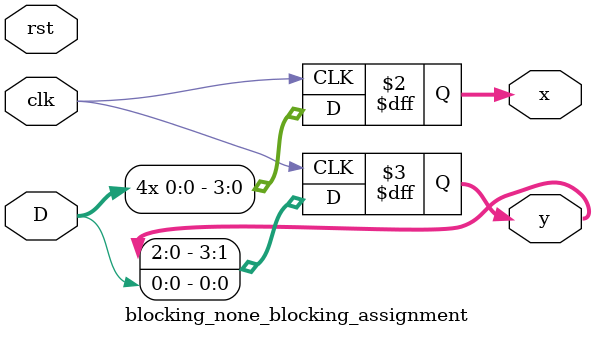
<source format=v>
`timescale 1ns / 1ps
module blocking_none_blocking_assignment(
input  D,
input clk,
input rst,
output reg [3:0]x,
output reg [3:0]y
    );
always@(posedge clk)
begin
	//blocking
	x[0]=D;
	x[1]=x[0];
	x[2]=x[1];
	x[3]=x[2];
	//none_blocking
	y[0] <= D;
	y[1] <= y[0];
	y[2] <= y[1];
	y[3] <= y[2];
end
endmodule

</source>
